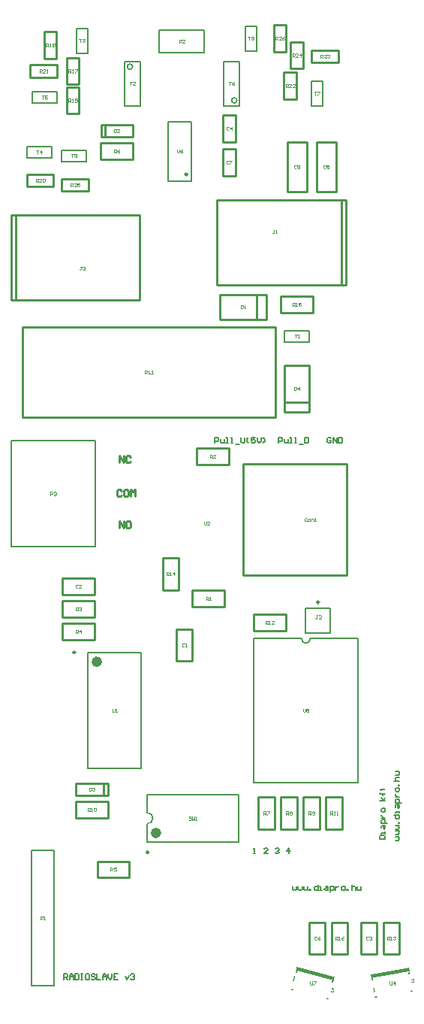
<source format=gto>
%FSTAX24Y24*%
%MOIN*%
G70*
G01*
G75*
G04 Layer_Color=65535*
%ADD10O,0.0394X0.0984*%
%ADD11R,0.0394X0.0984*%
%ADD12R,0.0394X0.0512*%
%ADD13R,0.0709X0.0709*%
%ADD14R,0.0472X0.0512*%
%ADD15R,0.1004X0.0374*%
%ADD16R,0.1004X0.1299*%
%ADD17R,0.0512X0.0394*%
%ADD18R,0.0630X0.0630*%
%ADD19R,0.0374X0.0315*%
%ADD20R,0.0984X0.0512*%
%ADD21O,0.0906X0.0236*%
%ADD22R,0.0709X0.0709*%
%ADD23R,0.0256X0.0472*%
%ADD24R,0.1575X0.0866*%
%ADD25R,0.0512X0.0236*%
%ADD26O,0.0512X0.0236*%
%ADD27R,0.0315X0.0374*%
%ADD28R,0.0472X0.0256*%
%ADD29C,0.0100*%
%ADD30C,0.0300*%
%ADD31C,0.0250*%
%ADD32C,0.0600*%
%ADD33C,0.0200*%
%ADD34C,0.0080*%
%ADD35C,0.0060*%
%ADD36C,0.2756*%
%ADD37C,0.0709*%
%ADD38C,0.0984*%
%ADD39R,0.0984X0.0984*%
G04:AMPARAMS|DCode=40|XSize=37.4mil|YSize=57.1mil|CornerRadius=0mil|HoleSize=0mil|Usage=FLASHONLY|Rotation=345.000|XOffset=0mil|YOffset=0mil|HoleType=Round|Shape=Round|*
%AMOVALD40*
21,1,0.0197,0.0374,0.0000,0.0000,75.0*
1,1,0.0374,-0.0025,-0.0095*
1,1,0.0374,0.0025,0.0095*
%
%ADD40OVALD40*%

G04:AMPARAMS|DCode=41|XSize=37.4mil|YSize=57.1mil|CornerRadius=0mil|HoleSize=0mil|Usage=FLASHONLY|Rotation=10.000|XOffset=0mil|YOffset=0mil|HoleType=Round|Shape=Round|*
%AMOVALD41*
21,1,0.0197,0.0374,0.0000,0.0000,100.0*
1,1,0.0374,0.0017,-0.0097*
1,1,0.0374,-0.0017,0.0097*
%
%ADD41OVALD41*%

%ADD42R,0.0591X0.0591*%
%ADD43C,0.0591*%
%ADD44R,0.0591X0.0591*%
%ADD45C,0.1800*%
%ADD46C,0.0320*%
%ADD47C,0.0500*%
%ADD48C,0.0098*%
%ADD49C,0.0079*%
%ADD50C,0.0236*%
%ADD51C,0.0040*%
%ADD52C,0.0030*%
G04:AMPARAMS|DCode=53|XSize=165.4mil|YSize=0mil|CornerRadius=0mil|HoleSize=0mil|Usage=FLASHONLY|Rotation=345.000|XOffset=0mil|YOffset=0mil|HoleType=Round|Shape=Rectangle|*
%AMROTATEDRECTD53*
4,1,4,-0.0799,0.0214,-0.0799,0.0214,0.0799,-0.0214,0.0799,-0.0214,-0.0799,0.0214,0.0*
%
%ADD53ROTATEDRECTD53*%

G04:AMPARAMS|DCode=54|XSize=173.2mil|YSize=15.7mil|CornerRadius=0mil|HoleSize=0mil|Usage=FLASHONLY|Rotation=345.000|XOffset=0mil|YOffset=0mil|HoleType=Round|Shape=Rectangle|*
%AMROTATEDRECTD54*
4,1,4,-0.0857,0.0148,-0.0816,0.0300,0.0857,-0.0148,0.0816,-0.0300,-0.0857,0.0148,0.0*
%
%ADD54ROTATEDRECTD54*%

G04:AMPARAMS|DCode=55|XSize=165.4mil|YSize=0mil|CornerRadius=0mil|HoleSize=0mil|Usage=FLASHONLY|Rotation=10.000|XOffset=0mil|YOffset=0mil|HoleType=Round|Shape=Rectangle|*
%AMROTATEDRECTD55*
4,1,4,-0.0814,-0.0144,-0.0814,-0.0144,0.0814,0.0144,0.0814,0.0144,-0.0814,-0.0144,0.0*
%
%ADD55ROTATEDRECTD55*%

G04:AMPARAMS|DCode=56|XSize=173.2mil|YSize=15.7mil|CornerRadius=0mil|HoleSize=0mil|Usage=FLASHONLY|Rotation=10.000|XOffset=0mil|YOffset=0mil|HoleType=Round|Shape=Rectangle|*
%AMROTATEDRECTD56*
4,1,4,-0.0839,-0.0228,-0.0867,-0.0073,0.0839,0.0228,0.0867,0.0073,-0.0839,-0.0228,0.0*
%
%ADD56ROTATEDRECTD56*%

D29*
X185Y1601D02*
X19625D01*
Y1641D01*
X185D02*
X19625D01*
X185Y1601D02*
Y1641D01*
X192754Y15872D02*
X194172D01*
Y158011D02*
Y15872D01*
X192754Y158011D02*
X194172D01*
X192754D02*
Y15872D01*
X193793Y164449D02*
Y165551D01*
Y164449D02*
X19584D01*
Y165551D01*
X193793D02*
X19584D01*
X195407Y164449D02*
Y165551D01*
X19941Y1531D02*
Y15803D01*
X19483D02*
X19941D01*
X19483Y1531D02*
Y15803D01*
Y1531D02*
X19941D01*
X187385Y143324D02*
Y143876D01*
Y143324D02*
X188802D01*
Y143876D01*
X187385D02*
X188802D01*
X188606Y143324D02*
Y143876D01*
X189915Y172524D02*
Y173076D01*
X188498D02*
X189915D01*
X188498Y172524D02*
Y173076D01*
Y172524D02*
X189915D01*
X188694D02*
Y173076D01*
X198746Y136291D02*
Y137709D01*
X199454D01*
Y136291D02*
Y137709D01*
X198746Y136291D02*
X199454D01*
X201046D02*
Y137709D01*
X201754D01*
Y136291D02*
Y137709D01*
X201046Y136291D02*
X201754D01*
X195291Y150646D02*
X196709D01*
X195291D02*
Y151354D01*
X196709D01*
Y150646D02*
Y151354D01*
X187391Y143054D02*
X188809D01*
Y142346D02*
Y143054D01*
X187391Y142346D02*
X188809D01*
X187391D02*
Y143054D01*
X188491Y171546D02*
X189909D01*
X188491D02*
Y172254D01*
X189909D01*
Y171546D02*
Y172254D01*
X186791Y150954D02*
X188209D01*
Y150246D02*
Y150954D01*
X186791Y150246D02*
X188209D01*
X186791D02*
Y150954D01*
Y151954D02*
X188209D01*
Y151246D02*
Y151954D01*
X186791Y151246D02*
X188209D01*
X186791D02*
Y151954D01*
X196767Y170098D02*
X197633D01*
Y172302D01*
X196767D02*
X197633D01*
X196767Y170098D02*
Y172302D01*
X194476Y170809D02*
Y171991D01*
X193924Y170809D02*
X194476D01*
X193924D02*
Y171991D01*
X194476D01*
X197746Y136291D02*
X198454D01*
Y137709D01*
X197746D02*
X198454D01*
X197746Y136291D02*
Y137709D01*
X198067Y172302D02*
X198933D01*
X198067Y170098D02*
Y172302D01*
Y170098D02*
X198933D01*
Y172302D01*
X194476Y172309D02*
Y173491D01*
X193924Y172309D02*
X194476D01*
X193924D02*
Y173491D01*
X194476D01*
X200046Y136291D02*
X200754D01*
Y137709D01*
X200046D02*
X200754D01*
X200046Y136291D02*
Y137709D01*
X186791Y152246D02*
Y152954D01*
Y152246D02*
X188209D01*
Y152954D01*
X186791D02*
X188209D01*
X191846Y149291D02*
X192554D01*
Y150709D01*
X191846D02*
X192554D01*
X191846Y149291D02*
Y150709D01*
X199368Y165964D02*
Y169744D01*
X19366Y165964D02*
X199368D01*
X19366D02*
Y169744D01*
X199368D01*
X199176Y165964D02*
Y169744D01*
X196649Y160783D02*
X197751D01*
Y16035D02*
Y162397D01*
X196649Y16035D02*
X197751D01*
X196649D02*
Y162397D01*
X197751D01*
X191236Y153869D02*
X191944D01*
X191236Y152451D02*
Y153869D01*
Y152451D02*
X191944D01*
Y153869D01*
X196491Y164746D02*
Y165454D01*
Y164746D02*
X197909D01*
Y165454D01*
X196491D02*
X197909D01*
X188331Y139706D02*
Y140414D01*
Y139706D02*
X189749D01*
Y140414D01*
X188331D02*
X189749D01*
X195496Y143259D02*
X196204D01*
X195496Y141841D02*
Y143259D01*
Y141841D02*
X196204D01*
Y143259D01*
X196496D02*
X197204D01*
X196496Y141841D02*
Y143259D01*
Y141841D02*
X197204D01*
Y143259D01*
X197496D02*
X198204D01*
X197496Y141841D02*
Y143259D01*
Y141841D02*
X198204D01*
Y143259D01*
X198496D02*
X199204D01*
X198496Y141841D02*
Y143259D01*
Y141841D02*
X199204D01*
Y143259D01*
X193975Y151712D02*
Y152421D01*
X192557D02*
X193975D01*
X192557Y151712D02*
Y152421D01*
Y151712D02*
X193975D01*
X184705Y165295D02*
Y169075D01*
X184513Y165295D02*
X190222D01*
Y169075D01*
X184513D02*
X190222D01*
X184513Y165295D02*
Y169075D01*
X187941Y170124D02*
Y170676D01*
X186759D02*
X187941D01*
X186759Y170124D02*
Y170676D01*
Y170124D02*
X187941D01*
X196174Y177491D02*
X196726D01*
X196174Y176309D02*
Y177491D01*
Y176309D02*
X196726D01*
Y177491D01*
X196924Y175559D02*
X197476D01*
Y176741D01*
X196924D02*
X197476D01*
X196924Y175559D02*
Y176741D01*
X199041Y175824D02*
Y176376D01*
X197859D02*
X199041D01*
X197859Y175824D02*
Y176376D01*
Y175824D02*
X199041D01*
X196624Y175391D02*
X197176D01*
X196624Y174209D02*
Y175391D01*
Y174209D02*
X197176D01*
Y175391D01*
X186391Y170324D02*
Y170876D01*
X185209D02*
X186391D01*
X185209Y170324D02*
Y170876D01*
Y170324D02*
X186391D01*
X185359Y175174D02*
Y175726D01*
Y175174D02*
X186541D01*
Y175726D01*
X185359D02*
X186541D01*
X186974Y174741D02*
X187526D01*
X186974Y173559D02*
Y174741D01*
Y173559D02*
X187526D01*
Y174741D01*
X185974Y177191D02*
X186526D01*
X185974Y176009D02*
Y177191D01*
Y176009D02*
X186526D01*
Y177191D01*
X186974Y174859D02*
X187526D01*
Y176041D01*
X186974D02*
X187526D01*
X186974Y174859D02*
Y176041D01*
X1893Y1552D02*
Y1555D01*
X1895Y1552D01*
Y1555D01*
X18975D02*
X18965D01*
X1896Y15545D01*
Y15525D01*
X18965Y1552D01*
X18975D01*
X1898Y15525D01*
Y15545D01*
X18975Y1555D01*
X1893Y1581D02*
Y1584D01*
X1895Y1581D01*
Y1584D01*
X1898Y15835D02*
X18975Y1584D01*
X18965D01*
X1896Y15835D01*
Y15815D01*
X18965Y1581D01*
X18975D01*
X1898Y15815D01*
X1894Y15685D02*
X18935Y1569D01*
X18925D01*
X1892Y15685D01*
Y15665D01*
X18925Y1566D01*
X18935D01*
X1894Y15665D01*
X18965Y1569D02*
X18955D01*
X1895Y15685D01*
Y15665D01*
X18955Y1566D01*
X18965D01*
X1897Y15665D01*
Y15685D01*
X18965Y1569D01*
X1898Y1566D02*
Y1569D01*
X1899Y1568D01*
X19Y1569D01*
Y1566D01*
D34*
X19528Y14076D02*
X195363D01*
X195322D01*
Y14101D01*
X19528Y140968D01*
X195905Y14076D02*
X195738D01*
X195905Y140927D01*
Y140968D01*
X195863Y14101D01*
X19578D01*
X195738Y140968D01*
X196238D02*
X19628Y14101D01*
X196363D01*
X196405Y140968D01*
Y140927D01*
X196363Y140885D01*
X196321D01*
X196363D01*
X196405Y140843D01*
Y140802D01*
X196363Y14076D01*
X19628D01*
X196238Y140802D01*
X196863Y14076D02*
Y14101D01*
X196738Y140885D01*
X196904D01*
X193561Y158956D02*
Y159206D01*
X193686D01*
X193728Y159165D01*
Y159081D01*
X193686Y15904D01*
X193561D01*
X193811Y159123D02*
Y158998D01*
X193853Y158956D01*
X193978D01*
Y159123D01*
X194061Y158956D02*
X194145D01*
X194103D01*
Y159206D01*
X194061D01*
X19427Y158956D02*
X194353D01*
X194311D01*
Y159206D01*
X19427D01*
X194478Y158915D02*
X194644D01*
X194728Y159206D02*
Y158998D01*
X194769Y158956D01*
X194853D01*
X194894Y158998D01*
Y159206D01*
X195061Y158956D02*
X194978Y15904D01*
Y159123D01*
X195061Y159206D01*
X195352D02*
X195186D01*
Y159081D01*
X195269Y159123D01*
X195311D01*
X195352Y159081D01*
Y158998D01*
X195311Y158956D01*
X195228D01*
X195186Y158998D01*
X195436Y159206D02*
Y15904D01*
X195519Y158956D01*
X195602Y15904D01*
Y159206D01*
X195686Y158956D02*
X195769Y15904D01*
Y159123D01*
X195686Y159206D01*
X196394Y158956D02*
Y159206D01*
X196519D01*
X19656Y159165D01*
Y159081D01*
X196519Y15904D01*
X196394D01*
X196644Y159123D02*
Y158998D01*
X196685Y158956D01*
X19681D01*
Y159123D01*
X196894Y158956D02*
X196977D01*
X196935D01*
Y159206D01*
X196894D01*
X197102Y158956D02*
X197185D01*
X197144D01*
Y159206D01*
X197102D01*
X19731Y158915D02*
X197477D01*
X19756Y159206D02*
Y158956D01*
X197685D01*
X197727Y158998D01*
Y159165D01*
X197685Y159206D01*
X19756D01*
X198726Y159165D02*
X198685Y159206D01*
X198601D01*
X19856Y159165D01*
Y158998D01*
X198601Y158956D01*
X198685D01*
X198726Y158998D01*
Y159081D01*
X198643D01*
X19881Y158956D02*
Y159206D01*
X198976Y158956D01*
Y159206D01*
X19906D02*
Y158956D01*
X199185D01*
X199226Y158998D01*
Y159165D01*
X199185Y159206D01*
X19906D01*
D35*
X18686Y13517D02*
Y13542D01*
X186985D01*
X187027Y135378D01*
Y135295D01*
X186985Y135253D01*
X18686D01*
X186943D02*
X187027Y13517D01*
X18711D02*
Y135337D01*
X187193Y13542D01*
X187277Y135337D01*
Y13517D01*
Y135295D01*
X18711D01*
X18736Y13542D02*
Y13517D01*
X187485D01*
X187526Y135212D01*
Y135378D01*
X187485Y13542D01*
X18736D01*
X18761D02*
X187693D01*
X187651D01*
Y13517D01*
X18761D01*
X187693D01*
X187943Y13542D02*
X18786D01*
X187818Y135378D01*
Y135212D01*
X18786Y13517D01*
X187943D01*
X187985Y135212D01*
Y135378D01*
X187943Y13542D01*
X188235Y135378D02*
X188193Y13542D01*
X18811D01*
X188068Y135378D01*
Y135337D01*
X18811Y135295D01*
X188193D01*
X188235Y135253D01*
Y135212D01*
X188193Y13517D01*
X18811D01*
X188068Y135212D01*
X188318Y13542D02*
Y13517D01*
X188484D01*
X188568D02*
Y135337D01*
X188651Y13542D01*
X188734Y135337D01*
Y13517D01*
Y135295D01*
X188568D01*
X188818Y13542D02*
Y135253D01*
X188901Y13517D01*
X188984Y135253D01*
Y13542D01*
X189234D02*
X189068D01*
Y13517D01*
X189234D01*
X189068Y135295D02*
X189151D01*
X189567Y135337D02*
X189651Y13517D01*
X189734Y135337D01*
X189817Y135378D02*
X189859Y13542D01*
X189942D01*
X189984Y135378D01*
Y135337D01*
X189942Y135295D01*
X189901D01*
X189942D01*
X189984Y135253D01*
Y135212D01*
X189942Y13517D01*
X189859D01*
X189817Y135212D01*
X20088Y14139D02*
X20113D01*
Y141515D01*
X201088Y141557D01*
X200922D01*
X20088Y141515D01*
Y14139D01*
X20113Y14164D02*
Y141723D01*
Y141682D01*
X200963D01*
Y14164D01*
Y14189D02*
Y141973D01*
X201005Y142015D01*
X20113D01*
Y14189D01*
X201088Y141848D01*
X201047Y14189D01*
Y142015D01*
X201213Y142098D02*
X200963D01*
Y142223D01*
X201005Y142265D01*
X201088D01*
X20113Y142223D01*
Y142098D01*
X200963Y142348D02*
X20113D01*
X201047D01*
X201005Y14239D01*
X200963Y142431D01*
Y142473D01*
X20113Y14264D02*
Y142723D01*
X201088Y142765D01*
X201005D01*
X200963Y142723D01*
Y14264D01*
X201005Y142598D01*
X201088D01*
X20113Y14264D01*
Y143098D02*
X20088D01*
X201047D02*
X200963Y143223D01*
X201047Y143098D02*
X20113Y143223D01*
Y143389D02*
X200922D01*
X201005D01*
Y143348D01*
Y143431D01*
Y143389D01*
X200922D01*
X20088Y143431D01*
X200922Y143598D02*
X200963D01*
Y143556D01*
Y143639D01*
Y143598D01*
X201088D01*
X20113Y143639D01*
X197014Y139303D02*
Y139178D01*
X197056Y139136D01*
X197097Y139178D01*
X197139Y139136D01*
X197181Y139178D01*
Y139303D01*
X197264D02*
Y139178D01*
X197306Y139136D01*
X197347Y139178D01*
X197389Y139136D01*
X197431Y139178D01*
Y139303D01*
X197514D02*
Y139178D01*
X197556Y139136D01*
X197597Y139178D01*
X197639Y139136D01*
X197681Y139178D01*
Y139303D01*
X197764Y139136D02*
Y139178D01*
X197806D01*
Y139136D01*
X197764D01*
X198139Y139386D02*
Y139136D01*
X198014D01*
X197972Y139178D01*
Y139261D01*
X198014Y139303D01*
X198139D01*
X198222Y139136D02*
X198305D01*
X198264D01*
Y139303D01*
X198222D01*
X198472D02*
X198555D01*
X198597Y139261D01*
Y139136D01*
X198472D01*
X19843Y139178D01*
X198472Y13922D01*
X198597D01*
X19868Y139053D02*
Y139303D01*
X198805D01*
X198847Y139261D01*
Y139178D01*
X198805Y139136D01*
X19868D01*
X19893Y139303D02*
Y139136D01*
Y13922D01*
X198972Y139261D01*
X199014Y139303D01*
X199055D01*
X199222Y139136D02*
X199305D01*
X199347Y139178D01*
Y139261D01*
X199305Y139303D01*
X199222D01*
X19918Y139261D01*
Y139178D01*
X199222Y139136D01*
X19943D02*
Y139178D01*
X199472D01*
Y139136D01*
X19943D01*
X199638Y139386D02*
Y139136D01*
Y139261D01*
X19968Y139303D01*
X199763D01*
X199805Y139261D01*
Y139136D01*
X199888Y139303D02*
Y139178D01*
X19993Y139136D01*
X200055D01*
Y139303D01*
X201583Y14135D02*
X201708D01*
X20175Y141392D01*
X201708Y141433D01*
X20175Y141475D01*
X201708Y141517D01*
X201583D01*
Y1416D02*
X201708D01*
X20175Y141642D01*
X201708Y141683D01*
X20175Y141725D01*
X201708Y141767D01*
X201583D01*
Y14185D02*
X201708D01*
X20175Y141891D01*
X201708Y141933D01*
X20175Y141975D01*
X201708Y142016D01*
X201583D01*
X20175Y1421D02*
X201708D01*
Y142141D01*
X20175D01*
Y1421D01*
X2015Y142475D02*
X20175D01*
Y14235D01*
X201708Y142308D01*
X201625D01*
X201583Y14235D01*
Y142475D01*
X20175Y142558D02*
Y142641D01*
Y1426D01*
X201583D01*
Y142558D01*
Y142808D02*
Y142891D01*
X201625Y142933D01*
X20175D01*
Y142808D01*
X201708Y142766D01*
X201667Y142808D01*
Y142933D01*
X201833Y143016D02*
X201583D01*
Y143141D01*
X201625Y143183D01*
X201708D01*
X20175Y143141D01*
Y143016D01*
X201583Y143266D02*
X20175D01*
X201667D01*
X201625Y143308D01*
X201583Y143349D01*
Y143391D01*
X20175Y143558D02*
Y143641D01*
X201708Y143683D01*
X201625D01*
X201583Y143641D01*
Y143558D01*
X201625Y143516D01*
X201708D01*
X20175Y143558D01*
Y143766D02*
X201708D01*
Y143808D01*
X20175D01*
Y143766D01*
X2015Y143974D02*
X20175D01*
X201625D01*
X201583Y144016D01*
Y144099D01*
X201625Y144141D01*
X20175D01*
X201583Y144224D02*
X201708D01*
X20175Y144266D01*
Y144391D01*
X201583D01*
D48*
X192335Y170876D02*
G03*
X192335Y170876I-000049J0D01*
G01*
X198189Y151907D02*
G03*
X198189Y151907I-000049J0D01*
G01*
X187358Y149685D02*
G03*
X187358Y149685I-000049J0D01*
G01*
X190615Y140822D02*
G03*
X190615Y140822I-000049J0D01*
G01*
D49*
X197403Y150289D02*
G03*
X197797Y150289I000197J0D01*
G01*
X19055Y142072D02*
G03*
X19055Y142572I0J00025D01*
G01*
X194536Y174152D02*
G03*
X194536Y174152I-000118J0D01*
G01*
X1899Y175648D02*
G03*
X1899Y175648I-000118J0D01*
G01*
X184505Y15906D02*
X188245D01*
Y15438D02*
Y15906D01*
X184505Y15438D02*
Y15906D01*
Y15438D02*
X188245D01*
X198788Y135085D02*
X198806Y135153D01*
X198546Y134334D02*
X198584Y134324D01*
X19719Y135513D02*
X197209Y135581D01*
X196987Y134752D02*
X197025Y134742D01*
X202172Y135519D02*
X202185Y135449D01*
X202283Y134667D02*
X202321Y134674D01*
X200544Y135232D02*
X200556Y135162D01*
X200693Y134387D02*
X200732Y134394D01*
X193093Y176272D02*
Y177272D01*
X191093Y176272D02*
X193093D01*
X191093D02*
Y177272D01*
X193093D01*
X1854Y1349D02*
X1864D01*
X1854Y1409D02*
X1864D01*
Y1349D02*
Y1409D01*
X1854Y1349D02*
Y1409D01*
X192512Y170581D02*
Y173219D01*
X191488Y170581D02*
Y173219D01*
Y170581D02*
X192512D01*
X191488Y173219D02*
X192512D01*
X197797Y150289D02*
X199929D01*
Y143911D02*
Y150289D01*
X195271Y150283D02*
X195277Y150289D01*
X197403D01*
X195271Y143911D02*
X199929D01*
X195271D02*
Y150283D01*
X197589Y151651D02*
X198691D01*
X198691Y150549D02*
Y151651D01*
X197589Y150549D02*
X198691D01*
X197589Y150549D02*
Y151651D01*
X187919Y144541D02*
X190281D01*
X187919Y149659D02*
X190281D01*
Y144541D02*
Y149659D01*
X187919Y144541D02*
Y149659D01*
X19055Y141279D02*
X194605D01*
X19055Y143366D02*
X194605D01*
X19055Y141279D02*
Y142072D01*
Y142572D02*
Y143366D01*
X194605Y141279D02*
Y143366D01*
X196649Y16345D02*
Y16395D01*
X197751Y16345D02*
Y16395D01*
X196649Y16345D02*
X197751D01*
X196649Y16395D02*
X197751D01*
X194654Y173916D02*
Y175884D01*
X193946Y173916D02*
Y175884D01*
Y173916D02*
X194654D01*
X193946Y175884D02*
X194654D01*
X186749Y17145D02*
X187851D01*
X186749Y17195D02*
X187851D01*
X186749Y17145D02*
Y17195D01*
X187851Y17145D02*
Y17195D01*
X1954Y176349D02*
Y177451D01*
X1949Y176349D02*
Y177451D01*
Y176349D02*
X1954D01*
X1949Y177451D02*
X1954D01*
X19835Y173899D02*
Y175001D01*
X19785Y173899D02*
Y175001D01*
Y173899D02*
X19835D01*
X19785Y175001D02*
X19835D01*
X185199Y1716D02*
X186301D01*
X185199Y1721D02*
X186301D01*
X185199Y1716D02*
Y1721D01*
X186301Y1716D02*
Y1721D01*
X185446Y174534D02*
X186549D01*
X185446Y174034D02*
X186549D01*
Y174534D01*
X185446Y174034D02*
Y174534D01*
X1879Y176249D02*
Y177351D01*
X1874Y176249D02*
Y177351D01*
Y176249D02*
X1879D01*
X1874Y177351D02*
X1879D01*
X189546Y173916D02*
Y175884D01*
X190254Y173916D02*
Y175884D01*
X189546D02*
X190254D01*
X189546Y173916D02*
X190254D01*
D50*
X188431Y149265D02*
G03*
X188431Y149265I-000118J0D01*
G01*
X191061Y141673D02*
G03*
X191061Y141673I-000118J0D01*
G01*
D51*
X19317Y15199D02*
Y15214D01*
X193245D01*
X19327Y152115D01*
Y152065D01*
X193245Y15204D01*
X19317D01*
X19322D02*
X19327Y15199D01*
X19332D02*
X19337D01*
X193345D01*
Y15214D01*
X19332Y152115D01*
X1971Y16378D02*
X1972D01*
X19715D01*
Y16363D01*
X19725D02*
X1973D01*
X197275D01*
Y16378D01*
X19725Y163755D01*
X1925Y142375D02*
X192475Y1424D01*
X192425D01*
X1924Y142375D01*
Y14235D01*
X192425Y142325D01*
X192475D01*
X1925Y1423D01*
Y142275D01*
X192475Y14225D01*
X192425D01*
X1924Y142275D01*
X19255Y1424D02*
Y14225D01*
X1926Y1423D01*
X19265Y14225D01*
Y1424D01*
X1927Y14225D02*
X19275D01*
X192725D01*
Y1424D01*
X1927Y142375D01*
X19869Y14248D02*
Y14263D01*
X198765D01*
X19879Y142605D01*
Y142555D01*
X198765Y14253D01*
X19869D01*
X19874D02*
X19879Y14248D01*
X19884D02*
X19889D01*
X198865D01*
Y14263D01*
X19884Y142605D01*
X198965Y14248D02*
X199015D01*
X19899D01*
Y14263D01*
X198965Y142605D01*
X19773Y14248D02*
Y14263D01*
X197805D01*
X19783Y142605D01*
Y142555D01*
X197805Y14253D01*
X19773D01*
X19778D02*
X19783Y14248D01*
X19788Y142505D02*
X197905Y14248D01*
X197955D01*
X19798Y142505D01*
Y142605D01*
X197955Y14263D01*
X197905D01*
X19788Y142605D01*
Y14258D01*
X197905Y142555D01*
X19798D01*
X19673Y14248D02*
Y14263D01*
X196805D01*
X19683Y142605D01*
Y142555D01*
X196805Y14253D01*
X19673D01*
X19678D02*
X19683Y14248D01*
X19688Y142605D02*
X196905Y14263D01*
X196955D01*
X19698Y142605D01*
Y14258D01*
X196955Y142555D01*
X19698Y14253D01*
Y142505D01*
X196955Y14248D01*
X196905D01*
X19688Y142505D01*
Y14253D01*
X196905Y142555D01*
X19688Y14258D01*
Y142605D01*
X196905Y142555D02*
X196955D01*
X19573Y14248D02*
Y14263D01*
X195805D01*
X19583Y142605D01*
Y142555D01*
X195805Y14253D01*
X19573D01*
X19578D02*
X19583Y14248D01*
X19588Y14263D02*
X19598D01*
Y142605D01*
X19588Y142505D01*
Y14248D01*
X18892Y13999D02*
Y14014D01*
X188995D01*
X18902Y140115D01*
Y140065D01*
X188995Y14004D01*
X18892D01*
X18897D02*
X18902Y13999D01*
X18917Y14014D02*
X18907D01*
Y140065D01*
X18912Y14009D01*
X189145D01*
X18917Y140065D01*
Y140015D01*
X189145Y13999D01*
X189095D01*
X18907Y140015D01*
X19701Y16503D02*
Y16518D01*
X197085D01*
X19711Y165155D01*
Y165105D01*
X197085Y16508D01*
X19701D01*
X19706D02*
X19711Y16503D01*
X19716D02*
X19721D01*
X197185D01*
Y16518D01*
X19716Y165155D01*
X197385Y16518D02*
X197285D01*
Y165105D01*
X197335Y16513D01*
X19736D01*
X197385Y165105D01*
Y165055D01*
X19736Y16503D01*
X19731D01*
X197285Y165055D01*
X1914Y15309D02*
Y15324D01*
X191475D01*
X1915Y153215D01*
Y153165D01*
X191475Y15314D01*
X1914D01*
X19145D02*
X1915Y15309D01*
X19155D02*
X1916D01*
X191575D01*
Y15324D01*
X19155Y153215D01*
X19175Y15309D02*
Y15324D01*
X191675Y153165D01*
X191775D01*
X19708Y16145D02*
Y1613D01*
X197155D01*
X19718Y161325D01*
Y161425D01*
X197155Y16145D01*
X19708D01*
X197305Y1613D02*
Y16145D01*
X19723Y161375D01*
X19733D01*
X189Y14718D02*
Y147055D01*
X189025Y14703D01*
X189075D01*
X1891Y147055D01*
Y14718D01*
X18915Y14703D02*
X1892D01*
X189175D01*
Y14718D01*
X18915Y147155D01*
X19812Y15133D02*
X19807D01*
X198095D01*
Y151205D01*
X19807Y15118D01*
X198045D01*
X19802Y151205D01*
X19827Y15118D02*
X19817D01*
X19827Y15128D01*
Y151305D01*
X198245Y15133D01*
X198195D01*
X19817Y151305D01*
X19622Y16841D02*
X19617D01*
X196195D01*
Y168285D01*
X19617Y16826D01*
X196145D01*
X19612Y168285D01*
X19627Y16826D02*
X19632D01*
X196295D01*
Y16841D01*
X19627Y168385D01*
X19748Y14718D02*
Y147055D01*
X197505Y14703D01*
X197555D01*
X19758Y147055D01*
Y14718D01*
X19773D02*
X19763D01*
Y147105D01*
X19768Y14713D01*
X197705D01*
X19773Y147105D01*
Y147055D01*
X197705Y14703D01*
X197655D01*
X19763Y147055D01*
X1922Y150055D02*
X192175Y15008D01*
X192125D01*
X1921Y150055D01*
Y149955D01*
X192125Y14993D01*
X192175D01*
X1922Y149955D01*
X19225Y14993D02*
X1923D01*
X192275D01*
Y15008D01*
X19225Y150055D01*
X18748Y152655D02*
X187455Y15268D01*
X187405D01*
X18738Y152655D01*
Y152555D01*
X187405Y15253D01*
X187455D01*
X18748Y152555D01*
X18763Y15253D02*
X18753D01*
X18763Y15263D01*
Y152655D01*
X187605Y15268D01*
X187555D01*
X18753Y152655D01*
X20038Y137055D02*
X200355Y13708D01*
X200305D01*
X20028Y137055D01*
Y136955D01*
X200305Y13693D01*
X200355D01*
X20038Y136955D01*
X20043Y137055D02*
X200455Y13708D01*
X200505D01*
X20053Y137055D01*
Y13703D01*
X200505Y137005D01*
X20048D01*
X200505D01*
X20053Y13698D01*
Y136955D01*
X200505Y13693D01*
X200455D01*
X20043Y136955D01*
X19418Y172955D02*
X194155Y17298D01*
X194105D01*
X19408Y172955D01*
Y172855D01*
X194105Y17283D01*
X194155D01*
X19418Y172855D01*
X194305Y17283D02*
Y17298D01*
X19423Y172905D01*
X19433D01*
X19848Y171255D02*
X198455Y17128D01*
X198405D01*
X19838Y171255D01*
Y171155D01*
X198405Y17113D01*
X198455D01*
X19848Y171155D01*
X19863Y17128D02*
X19853D01*
Y171205D01*
X19858Y17123D01*
X198605D01*
X19863Y171205D01*
Y171155D01*
X198605Y17113D01*
X198555D01*
X19853Y171155D01*
X19808Y137055D02*
X198055Y13708D01*
X198005D01*
X19798Y137055D01*
Y136955D01*
X198005Y13693D01*
X198055D01*
X19808Y136955D01*
X19823Y13708D02*
X19818Y137055D01*
X19813Y137005D01*
Y136955D01*
X198155Y13693D01*
X198205D01*
X19823Y136955D01*
Y13698D01*
X198205Y137005D01*
X19813D01*
X19418Y171455D02*
X194155Y17148D01*
X194105D01*
X19408Y171455D01*
Y171355D01*
X194105Y17133D01*
X194155D01*
X19418Y171355D01*
X19423Y17148D02*
X19433D01*
Y171455D01*
X19423Y171355D01*
Y17133D01*
X19718Y171255D02*
X197155Y17128D01*
X197105D01*
X19708Y171255D01*
Y171155D01*
X197105Y17113D01*
X197155D01*
X19718Y171155D01*
X19723Y171255D02*
X197255Y17128D01*
X197305D01*
X19733Y171255D01*
Y17123D01*
X197305Y171205D01*
X19733Y17118D01*
Y171155D01*
X197305Y17113D01*
X197255D01*
X19723Y171155D01*
Y17118D01*
X197255Y171205D01*
X19723Y17123D01*
Y171255D01*
X197255Y171205D02*
X197305D01*
X18738Y15153D02*
Y15168D01*
X187455D01*
X18748Y151655D01*
Y151605D01*
X187455Y15158D01*
X18738D01*
X18743D02*
X18748Y15153D01*
X18753Y151655D02*
X187555Y15168D01*
X187605D01*
X18763Y151655D01*
Y15163D01*
X187605Y151605D01*
X18758D01*
X187605D01*
X18763Y15158D01*
Y151555D01*
X187605Y15153D01*
X187555D01*
X18753Y151555D01*
X18738Y15053D02*
Y15068D01*
X187455D01*
X18748Y150655D01*
Y150605D01*
X187455Y15058D01*
X18738D01*
X18743D02*
X18748Y15053D01*
X187605D02*
Y15068D01*
X18753Y150605D01*
X18763D01*
X18908Y17183D02*
Y17198D01*
X189155D01*
X18918Y171955D01*
Y171905D01*
X189155Y17188D01*
X18908D01*
X18913D02*
X18918Y17183D01*
X18933Y17198D02*
X18928Y171955D01*
X18923Y171905D01*
Y171855D01*
X189255Y17183D01*
X189305D01*
X18933Y171855D01*
Y17188D01*
X189305Y171905D01*
X18923D01*
X18791Y14263D02*
Y14278D01*
X187985D01*
X18801Y142755D01*
Y142705D01*
X187985Y14268D01*
X18791D01*
X18796D02*
X18801Y14263D01*
X18806D02*
X18811D01*
X188085D01*
Y14278D01*
X18806Y142755D01*
X188185D02*
X18821Y14278D01*
X18826D01*
X188285Y142755D01*
Y142655D01*
X18826Y14263D01*
X18821D01*
X188185Y142655D01*
Y142755D01*
X19581Y15093D02*
Y15108D01*
X195885D01*
X19591Y151055D01*
Y151005D01*
X195885Y15098D01*
X19581D01*
X19586D02*
X19591Y15093D01*
X19596D02*
X19601D01*
X195985D01*
Y15108D01*
X19596Y151055D01*
X196185Y15093D02*
X196085D01*
X196185Y15103D01*
Y151055D01*
X19616Y15108D01*
X19611D01*
X196085Y151055D01*
X20121Y13693D02*
Y13708D01*
X201285D01*
X20131Y137055D01*
Y137005D01*
X201285Y13698D01*
X20121D01*
X20126D02*
X20131Y13693D01*
X20136D02*
X20141D01*
X201385D01*
Y13708D01*
X20136Y137055D01*
X201485D02*
X20151Y13708D01*
X20156D01*
X201585Y137055D01*
Y13703D01*
X20156Y137005D01*
X201535D01*
X20156D01*
X201585Y13698D01*
Y136955D01*
X20156Y13693D01*
X20151D01*
X201485Y136955D01*
X19891Y13693D02*
Y13708D01*
X198985D01*
X19901Y137055D01*
Y137005D01*
X198985Y13698D01*
X19891D01*
X19896D02*
X19901Y13693D01*
X19906D02*
X19911D01*
X199085D01*
Y13708D01*
X19906Y137055D01*
X199285Y13708D02*
X199235Y137055D01*
X199185Y137005D01*
Y136955D01*
X19921Y13693D01*
X19926D01*
X199285Y136955D01*
Y13698D01*
X19926Y137005D01*
X199185D01*
X19188Y17198D02*
Y171855D01*
X191905Y17183D01*
X191955D01*
X19198Y171855D01*
Y17198D01*
X19213D02*
X19208Y171955D01*
X19203Y171905D01*
Y171855D01*
X192055Y17183D01*
X192105D01*
X19213Y171855D01*
Y17188D01*
X192105Y171905D01*
X19203D01*
X18908Y17288D02*
Y17273D01*
X189155D01*
X18918Y172755D01*
Y172855D01*
X189155Y17288D01*
X18908D01*
X18933Y17273D02*
X18923D01*
X18933Y17283D01*
Y172855D01*
X189305Y17288D01*
X189255D01*
X18923Y172855D01*
X18797Y14368D02*
Y14353D01*
X188045D01*
X18807Y143555D01*
Y143655D01*
X188045Y14368D01*
X18797D01*
X18812Y143655D02*
X188145Y14368D01*
X188195D01*
X18822Y143655D01*
Y14363D01*
X188195Y143605D01*
X18817D01*
X188195D01*
X18822Y14358D01*
Y143555D01*
X188195Y14353D01*
X188145D01*
X18812Y143555D01*
X1858Y13783D02*
Y13798D01*
X185875D01*
X1859Y137955D01*
Y137905D01*
X185875Y13788D01*
X1858D01*
X18595Y13783D02*
X186D01*
X185975D01*
Y13798D01*
X18595Y137955D01*
X19197Y1767D02*
Y17685D01*
X192045D01*
X19207Y176825D01*
Y176775D01*
X192045Y17675D01*
X19197D01*
X19222Y1767D02*
X19212D01*
X19222Y1768D01*
Y176825D01*
X192195Y17685D01*
X192145D01*
X19212Y176825D01*
X20133Y13509D02*
Y134965D01*
X201355Y13494D01*
X201405D01*
X20143Y134965D01*
Y13509D01*
X201555Y13494D02*
Y13509D01*
X20148Y135015D01*
X20158D01*
X19779Y13509D02*
Y134965D01*
X197815Y13494D01*
X197865D01*
X19789Y134965D01*
Y13509D01*
X19794D02*
X19804D01*
Y135065D01*
X19794Y134965D01*
Y13494D01*
X18625Y15664D02*
Y15679D01*
X186325D01*
X18635Y156765D01*
Y156715D01*
X186325Y15669D01*
X18625D01*
X1864Y156765D02*
X186425Y15679D01*
X186475D01*
X1865Y156765D01*
Y15674D01*
X186475Y156715D01*
X18645D01*
X186475D01*
X1865Y15669D01*
Y156665D01*
X186475Y15664D01*
X186425D01*
X1864Y156665D01*
X19045Y16203D02*
Y16218D01*
X190525D01*
X19055Y162155D01*
Y162105D01*
X190525Y16208D01*
X19045D01*
X1905D02*
X19055Y16203D01*
X1906Y16218D02*
Y16203D01*
X1907D01*
X19075D02*
X1908D01*
X190775D01*
Y16218D01*
X19075Y162155D01*
X19764Y155615D02*
X197615Y15564D01*
X197565D01*
X19754Y155615D01*
Y155515D01*
X197565Y15549D01*
X197615D01*
X19764Y155515D01*
X197715Y15549D02*
X197765D01*
X19779Y155515D01*
Y155565D01*
X197765Y15559D01*
X197715D01*
X19769Y155565D01*
Y155515D01*
X197715Y15549D01*
X19784D02*
Y15559D01*
X197915D01*
X19794Y155565D01*
Y15549D01*
X19799D02*
X19804D01*
X198015D01*
Y15564D01*
X19799Y155615D01*
X19472Y16508D02*
Y16493D01*
X194795D01*
X19482Y164955D01*
Y165055D01*
X194795Y16508D01*
X19472D01*
X19487Y16493D02*
X19492D01*
X194895D01*
Y16508D01*
X19487Y165055D01*
X19334Y15829D02*
Y15844D01*
X193415D01*
X19344Y158415D01*
Y158365D01*
X193415Y15834D01*
X19334D01*
X19339D02*
X19344Y15829D01*
X19359D02*
X19349D01*
X19359Y15839D01*
Y158415D01*
X193565Y15844D01*
X193515D01*
X19349Y158415D01*
X19308Y15548D02*
Y155355D01*
X193105Y15533D01*
X193155D01*
X19318Y155355D01*
Y15548D01*
X19333Y15533D02*
X19323D01*
X19333Y15543D01*
Y155455D01*
X193305Y15548D01*
X193255D01*
X19323Y155455D01*
X18764Y16678D02*
X18759D01*
X187615D01*
Y166655D01*
X18759Y16663D01*
X187565D01*
X18754Y166655D01*
X18769Y166755D02*
X187715Y16678D01*
X187765D01*
X18779Y166755D01*
Y16673D01*
X187765Y166705D01*
X18774D01*
X187765D01*
X18779Y16668D01*
Y166655D01*
X187765Y16663D01*
X187715D01*
X18769Y166655D01*
X19418Y17498D02*
X19428D01*
X19423D01*
Y17483D01*
X19443Y17498D02*
X19438Y174955D01*
X19433Y174905D01*
Y174855D01*
X194355Y17483D01*
X194405D01*
X19443Y174855D01*
Y17488D01*
X194405Y174905D01*
X19433D01*
X18706Y17538D02*
Y17553D01*
X187135D01*
X18716Y175505D01*
Y175455D01*
X187135Y17543D01*
X18706D01*
X18711D02*
X18716Y17538D01*
X18721D02*
X18726D01*
X187235D01*
Y17553D01*
X18721Y175505D01*
X187335Y17553D02*
X187435D01*
Y175505D01*
X187335Y175405D01*
Y17538D01*
X18606Y17653D02*
Y17668D01*
X186135D01*
X18616Y176655D01*
Y176605D01*
X186135Y17658D01*
X18606D01*
X18611D02*
X18616Y17653D01*
X18621D02*
X18626D01*
X186235D01*
Y17668D01*
X18621Y176655D01*
X186335D02*
X18636Y17668D01*
X18641D01*
X186435Y176655D01*
Y17663D01*
X18641Y176605D01*
X186435Y17658D01*
Y176555D01*
X18641Y17653D01*
X18636D01*
X186335Y176555D01*
Y17658D01*
X18636Y176605D01*
X186335Y17663D01*
Y176655D01*
X18636Y176605D02*
X18641D01*
X18706Y17408D02*
Y17423D01*
X187135D01*
X18716Y174205D01*
Y174155D01*
X187135Y17413D01*
X18706D01*
X18711D02*
X18716Y17408D01*
X18721D02*
X18726D01*
X187235D01*
Y17423D01*
X18721Y174205D01*
X187335Y174105D02*
X18736Y17408D01*
X18741D01*
X187435Y174105D01*
Y174205D01*
X18741Y17423D01*
X18736D01*
X187335Y174205D01*
Y17418D01*
X18736Y174155D01*
X187435D01*
X1856Y17053D02*
Y17068D01*
X185675D01*
X1857Y170655D01*
Y170605D01*
X185675Y17058D01*
X1856D01*
X18565D02*
X1857Y17053D01*
X18585D02*
X18575D01*
X18585Y17063D01*
Y170655D01*
X185825Y17068D01*
X185775D01*
X18575Y170655D01*
X1859D02*
X185925Y17068D01*
X185975D01*
X186Y170655D01*
Y170555D01*
X185975Y17053D01*
X185925D01*
X1859Y170555D01*
Y170655D01*
X18578Y17538D02*
Y17553D01*
X185855D01*
X18588Y175505D01*
Y175455D01*
X185855Y17543D01*
X18578D01*
X18583D02*
X18588Y17538D01*
X18603D02*
X18593D01*
X18603Y17548D01*
Y175505D01*
X186005Y17553D01*
X185955D01*
X18593Y175505D01*
X18608Y17538D02*
X18613D01*
X186105D01*
Y17553D01*
X18608Y175505D01*
X1967Y17473D02*
Y17488D01*
X196775D01*
X1968Y174855D01*
Y174805D01*
X196775Y17478D01*
X1967D01*
X19675D02*
X1968Y17473D01*
X19695D02*
X19685D01*
X19695Y17483D01*
Y174855D01*
X196925Y17488D01*
X196875D01*
X19685Y174855D01*
X1971Y17473D02*
X197D01*
X1971Y17483D01*
Y174855D01*
X197075Y17488D01*
X197025D01*
X197Y174855D01*
X19825Y17603D02*
Y17618D01*
X198325D01*
X19835Y176155D01*
Y176105D01*
X198325Y17608D01*
X19825D01*
X1983D02*
X19835Y17603D01*
X1985D02*
X1984D01*
X1985Y17613D01*
Y176155D01*
X198475Y17618D01*
X198425D01*
X1984Y176155D01*
X19855D02*
X198575Y17618D01*
X198625D01*
X19865Y176155D01*
Y17613D01*
X198625Y176105D01*
X1986D01*
X198625D01*
X19865Y17608D01*
Y176055D01*
X198625Y17603D01*
X198575D01*
X19855Y176055D01*
X197Y17608D02*
Y17623D01*
X197075D01*
X1971Y176205D01*
Y176155D01*
X197075Y17613D01*
X197D01*
X19705D02*
X1971Y17608D01*
X19725D02*
X19715D01*
X19725Y17618D01*
Y176205D01*
X197225Y17623D01*
X197175D01*
X19715Y176205D01*
X197375Y17608D02*
Y17623D01*
X1973Y176155D01*
X1974D01*
X18715Y17033D02*
Y17048D01*
X187225D01*
X18725Y170455D01*
Y170405D01*
X187225Y17038D01*
X18715D01*
X1872D02*
X18725Y17033D01*
X1874D02*
X1873D01*
X1874Y17043D01*
Y170455D01*
X187375Y17048D01*
X187325D01*
X1873Y170455D01*
X18755Y17048D02*
X18745D01*
Y170405D01*
X1875Y17043D01*
X187525D01*
X18755Y170405D01*
Y170355D01*
X187525Y17033D01*
X187475D01*
X18745Y170355D01*
X19625Y17683D02*
Y17698D01*
X196325D01*
X19635Y176955D01*
Y176905D01*
X196325Y17688D01*
X19625D01*
X1963D02*
X19635Y17683D01*
X1965D02*
X1964D01*
X1965Y17693D01*
Y176955D01*
X196475Y17698D01*
X196425D01*
X1964Y176955D01*
X19665Y17698D02*
X1966Y176955D01*
X19655Y176905D01*
Y176855D01*
X196575Y17683D01*
X196625D01*
X19665Y176855D01*
Y17688D01*
X196625Y176905D01*
X19655D01*
X18978Y17498D02*
X18988D01*
X18983D01*
Y17483D01*
X19003D02*
X18993D01*
X19003Y17493D01*
Y174955D01*
X190005Y17498D01*
X189955D01*
X18993Y174955D01*
X18753Y17688D02*
X18763D01*
X18758D01*
Y17673D01*
X18768Y176855D02*
X187705Y17688D01*
X187755D01*
X18778Y176855D01*
Y17683D01*
X187755Y176805D01*
X18773D01*
X187755D01*
X18778Y17678D01*
Y176755D01*
X187755Y17673D01*
X187705D01*
X18768Y176755D01*
X18563Y17193D02*
X18573D01*
X18568D01*
Y17178D01*
X185855D02*
Y17193D01*
X18578Y171855D01*
X18588D01*
X18587Y17436D02*
X18597D01*
X18592D01*
Y17421D01*
X18612Y17436D02*
X18602D01*
Y174285D01*
X18607Y17431D01*
X186095D01*
X18612Y174285D01*
Y174235D01*
X186095Y17421D01*
X186045D01*
X18602Y174235D01*
X19798Y17453D02*
X19808D01*
X19803D01*
Y17438D01*
X19813Y17453D02*
X19823D01*
Y174505D01*
X19813Y174405D01*
Y17438D01*
X18718Y17178D02*
X18728D01*
X18723D01*
Y17163D01*
X18733Y171755D02*
X187355Y17178D01*
X187405D01*
X18743Y171755D01*
Y17173D01*
X187405Y171705D01*
X18743Y17168D01*
Y171655D01*
X187405Y17163D01*
X187355D01*
X18733Y171655D01*
Y17168D01*
X187355Y171705D01*
X18733Y17173D01*
Y171755D01*
X187355Y171705D02*
X187405D01*
X19503Y17698D02*
X19513D01*
X19508D01*
Y17683D01*
X19518Y176855D02*
X195205Y17683D01*
X195255D01*
X19528Y176855D01*
Y176955D01*
X195255Y17698D01*
X195205D01*
X19518Y176955D01*
Y17693D01*
X195205Y176905D01*
X19528D01*
D52*
X198732Y134771D02*
X198763Y134788D01*
X198811Y134775D01*
X198829Y134745D01*
X198822Y134721D01*
X198792Y134703D01*
X198768Y134709D01*
X198792Y134703D01*
X19881Y134672D01*
X198803Y134648D01*
X198772Y134631D01*
X198724Y134644D01*
X198706Y134674D01*
X197Y13515D02*
X197064Y135133D01*
X197032Y135141D01*
X197084Y135335D01*
X197043Y135311D01*
X202278Y135173D02*
X202299Y135202D01*
X202348Y135211D01*
X202377Y13519D01*
X202381Y135166D01*
X202361Y135137D01*
X202336Y135133D01*
X202361Y135137D01*
X20239Y135117D01*
X202394Y135092D01*
X202374Y135063D01*
X202325Y135054D01*
X202296Y135075D01*
X2006Y13465D02*
X200649Y134659D01*
X200625Y134654D01*
X200599Y134802D01*
X200578Y134773D01*
D53*
X198007Y135367D02*
D03*
D54*
X198028Y135443D02*
D03*
D55*
X201358Y135376D02*
D03*
D56*
X201345Y135453D02*
D03*
M02*

</source>
